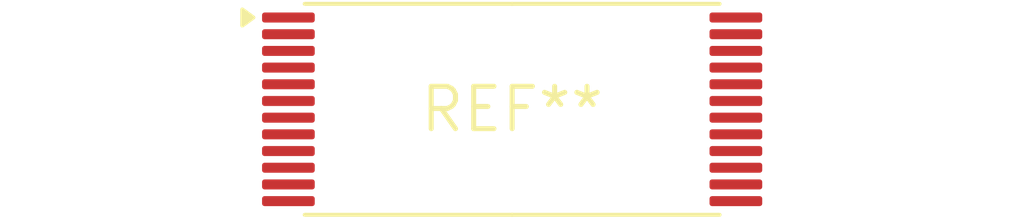
<source format=kicad_pcb>
(kicad_pcb (version 20240108) (generator pcbnew)
  (layers (0 "F.Cu" signal) (31 "B.Cu" signal) (34 "B.Paste" user) (35 "F.Paste" user) (36 "B.SilkS" user "B.Silkscreen") (37 "F.SilkS" user "F.Silkscreen") (38 "B.Mask" user) (39 "F.Mask" user) (44 "Edge.Cuts" user))
  (net 0 "")
  (footprint "TSOP-I-24_12.4x6mm_P0.5mm" (layer "F.Cu") (at 0 0)
    (property "Reference" "REF**")
    (property "Value" "TSOP-I-24_12.4x6mm_P0.5mm")
    (fp_line (start 0 -3.16) (end -6.2 -3.16) (layer "F.SilkS") (stroke (width 0.12)))
    (fp_line (start 0 -3.16) (end 6.2 -3.16) (layer "F.SilkS") (stroke (width 0.12)))
    (fp_line (start 0 3.16) (end -6.2 3.16) (layer "F.SilkS") (stroke (width 0.12)))
    (fp_line (start 0 3.16) (end 6.2 3.16) (layer "F.SilkS") (stroke (width 0.12)))
    (fp_poly (pts (xy -7.735 -2.75) (xy -8.065 -2.99) (xy -8.065 -2.51) (xy -7.735 -2.75)) (layer "F.SilkS") (stroke (width 0.12)) (fill solid))
    (pad "1" smd roundrect (at -6.6875 -2.75) (size 1.575 0.3) (layers "F.Cu" "F.Paste" "F.Mask"))
    (pad "2" smd roundrect (at -6.6875 -2.25) (size 1.575 0.3) (layers "F.Cu" "F.Paste" "F.Mask"))
    (pad "3" smd roundrect (at -6.6875 -1.75) (size 1.575 0.3) (layers "F.Cu" "F.Paste" "F.Mask"))
    (pad "4" smd roundrect (at -6.6875 -1.25) (size 1.575 0.3) (layers "F.Cu" "F.Paste" "F.Mask"))
    (pad "5" smd roundrect (at -6.6875 -0.75) (size 1.575 0.3) (layers "F.Cu" "F.Paste" "F.Mask"))
    (pad "6" smd roundrect (at -6.6875 -0.25) (size 1.575 0.3) (layers "F.Cu" "F.Paste" "F.Mask"))
    (pad "7" smd roundrect (at -6.6875 0.25) (size 1.575 0.3) (layers "F.Cu" "F.Paste" "F.Mask"))
    (pad "8" smd roundrect (at -6.6875 0.75) (size 1.575 0.3) (layers "F.Cu" "F.Paste" "F.Mask"))
    (pad "9" smd roundrect (at -6.6875 1.25) (size 1.575 0.3) (layers "F.Cu" "F.Paste" "F.Mask"))
    (pad "10" smd roundrect (at -6.6875 1.75) (size 1.575 0.3) (layers "F.Cu" "F.Paste" "F.Mask"))
    (pad "11" smd roundrect (at -6.6875 2.25) (size 1.575 0.3) (layers "F.Cu" "F.Paste" "F.Mask"))
    (pad "12" smd roundrect (at -6.6875 2.75) (size 1.575 0.3) (layers "F.Cu" "F.Paste" "F.Mask"))
    (pad "13" smd roundrect (at 6.6875 2.75) (size 1.575 0.3) (layers "F.Cu" "F.Paste" "F.Mask"))
    (pad "14" smd roundrect (at 6.6875 2.25) (size 1.575 0.3) (layers "F.Cu" "F.Paste" "F.Mask"))
    (pad "15" smd roundrect (at 6.6875 1.75) (size 1.575 0.3) (layers "F.Cu" "F.Paste" "F.Mask"))
    (pad "16" smd roundrect (at 6.6875 1.25) (size 1.575 0.3) (layers "F.Cu" "F.Paste" "F.Mask"))
    (pad "17" smd roundrect (at 6.6875 0.75) (size 1.575 0.3) (layers "F.Cu" "F.Paste" "F.Mask"))
    (pad "18" smd roundrect (at 6.6875 0.25) (size 1.575 0.3) (layers "F.Cu" "F.Paste" "F.Mask"))
    (pad "19" smd roundrect (at 6.6875 -0.25) (size 1.575 0.3) (layers "F.Cu" "F.Paste" "F.Mask"))
    (pad "20" smd roundrect (at 6.6875 -0.75) (size 1.575 0.3) (layers "F.Cu" "F.Paste" "F.Mask"))
    (pad "21" smd roundrect (at 6.6875 -1.25) (size 1.575 0.3) (layers "F.Cu" "F.Paste" "F.Mask"))
    (pad "22" smd roundrect (at 6.6875 -1.75) (size 1.575 0.3) (layers "F.Cu" "F.Paste" "F.Mask"))
    (pad "23" smd roundrect (at 6.6875 -2.25) (size 1.575 0.3) (layers "F.Cu" "F.Paste" "F.Mask"))
    (pad "24" smd roundrect (at 6.6875 -2.75) (size 1.575 0.3) (layers "F.Cu" "F.Paste" "F.Mask"))
  )
)
</source>
